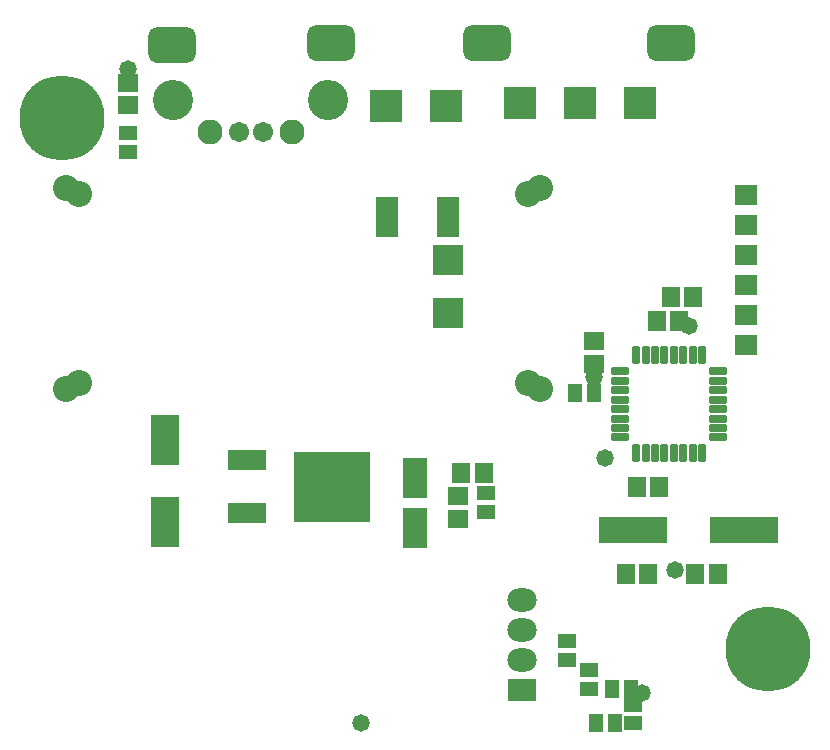
<source format=gts>
G04 Layer_Color=8388736*
%FSAX25Y25*%
%MOIN*%
G70*
G01*
G75*
%ADD55R,0.05918X0.04737*%
%ADD56R,0.04737X0.05918*%
%ADD57R,0.07887X0.13398*%
%ADD58R,0.06706X0.05918*%
%ADD59R,0.05918X0.06706*%
%ADD60R,0.25210X0.23635*%
%ADD61R,0.12611X0.07099*%
%ADD62R,0.06800X0.06800*%
%ADD63R,0.09855X0.09855*%
%ADD64R,0.07808X0.13398*%
%ADD65R,0.09461X0.16942*%
G04:AMPARAMS|DCode=66|XSize=28mil|YSize=61.15mil|CornerRadius=9mil|HoleSize=0mil|Usage=FLASHONLY|Rotation=90.000|XOffset=0mil|YOffset=0mil|HoleType=Round|Shape=RoundedRectangle|*
%AMROUNDEDRECTD66*
21,1,0.02800,0.04315,0,0,90.0*
21,1,0.01000,0.06115,0,0,90.0*
1,1,0.01800,0.02158,0.00500*
1,1,0.01800,0.02158,-0.00500*
1,1,0.01800,-0.02158,-0.00500*
1,1,0.01800,-0.02158,0.00500*
%
%ADD66ROUNDEDRECTD66*%
G04:AMPARAMS|DCode=67|XSize=28mil|YSize=61.15mil|CornerRadius=9mil|HoleSize=0mil|Usage=FLASHONLY|Rotation=180.000|XOffset=0mil|YOffset=0mil|HoleType=Round|Shape=RoundedRectangle|*
%AMROUNDEDRECTD67*
21,1,0.02800,0.04315,0,0,180.0*
21,1,0.01000,0.06115,0,0,180.0*
1,1,0.01800,-0.00500,0.02158*
1,1,0.01800,0.00500,0.02158*
1,1,0.01800,0.00500,-0.02158*
1,1,0.01800,-0.00500,-0.02158*
%
%ADD67ROUNDEDRECTD67*%
%ADD68R,0.22650X0.08871*%
G04:AMPARAMS|DCode=69|XSize=158mil|YSize=123mil|CornerRadius=32.75mil|HoleSize=0mil|Usage=FLASHONLY|Rotation=0.000|XOffset=0mil|YOffset=0mil|HoleType=Round|Shape=RoundedRectangle|*
%AMROUNDEDRECTD69*
21,1,0.15800,0.05750,0,0,0.0*
21,1,0.09250,0.12300,0,0,0.0*
1,1,0.06550,0.04625,-0.02875*
1,1,0.06550,-0.04625,-0.02875*
1,1,0.06550,-0.04625,0.02875*
1,1,0.06550,0.04625,0.02875*
%
%ADD69ROUNDEDRECTD69*%
%ADD70C,0.08674*%
%ADD71R,0.07800X0.06800*%
%ADD72C,0.06706*%
%ADD73C,0.13398*%
%ADD74C,0.08300*%
%ADD75R,0.10800X0.10800*%
%ADD76R,0.09800X0.07800*%
%ADD77O,0.09800X0.07800*%
%ADD78C,0.05800*%
%ADD79C,0.28359*%
D55*
X0308417Y0128827D02*
D03*
Y0122528D02*
D03*
X0259398Y0193122D02*
D03*
Y0199421D02*
D03*
X0140205Y0312906D02*
D03*
Y0319205D02*
D03*
X0286465Y0143713D02*
D03*
Y0150012D02*
D03*
X0293949Y0140342D02*
D03*
Y0134043D02*
D03*
D56*
X0296272Y0122689D02*
D03*
X0302571D02*
D03*
X0307862Y0133905D02*
D03*
X0301563D02*
D03*
X0295657Y0232823D02*
D03*
X0289358D02*
D03*
D57*
X0235761Y0187521D02*
D03*
Y0204321D02*
D03*
D58*
X0250161Y0198290D02*
D03*
Y0190809D02*
D03*
X0140209Y0328547D02*
D03*
Y0336028D02*
D03*
X0295618Y0249898D02*
D03*
X0295618Y0242417D02*
D03*
D59*
X0258756Y0205858D02*
D03*
X0251276D02*
D03*
X0321204Y0264577D02*
D03*
X0328684D02*
D03*
X0309890Y0201220D02*
D03*
X0317371D02*
D03*
X0316466Y0256728D02*
D03*
X0323947Y0256728D02*
D03*
X0329243Y0172491D02*
D03*
X0336724D02*
D03*
X0313702Y0172337D02*
D03*
X0306221Y0172337D02*
D03*
D60*
X0208261Y0201349D02*
D03*
D61*
X0179861Y0210328D02*
D03*
X0179961Y0192549D02*
D03*
D62*
X0208361Y0207249D02*
D03*
D63*
X0246987Y0277158D02*
D03*
Y0259442D02*
D03*
D64*
X0226400Y0291500D02*
D03*
X0246990D02*
D03*
D65*
X0152661Y0189784D02*
D03*
Y0216949D02*
D03*
D66*
X0336920Y0217869D02*
D03*
X0336920Y0221019D02*
D03*
Y0224168D02*
D03*
Y0227318D02*
D03*
Y0230467D02*
D03*
Y0233617D02*
D03*
X0336920Y0236767D02*
D03*
X0336920Y0239916D02*
D03*
X0304243D02*
D03*
Y0236767D02*
D03*
X0304243Y0233617D02*
D03*
Y0230467D02*
D03*
Y0227318D02*
D03*
Y0224168D02*
D03*
Y0221019D02*
D03*
X0304243Y0217869D02*
D03*
D67*
X0309558Y0212554D02*
D03*
X0312708D02*
D03*
X0315857D02*
D03*
X0319007D02*
D03*
X0322156Y0212554D02*
D03*
X0325306Y0212554D02*
D03*
X0328456Y0212554D02*
D03*
X0331605Y0212554D02*
D03*
Y0245231D02*
D03*
X0328456Y0245231D02*
D03*
X0325306D02*
D03*
X0322156D02*
D03*
X0319007D02*
D03*
X0315857D02*
D03*
X0312708D02*
D03*
X0309558D02*
D03*
D68*
X0308455Y0187099D02*
D03*
X0345455D02*
D03*
D69*
X0155020Y0348622D02*
D03*
X0207776Y0349410D02*
D03*
X0259744Y0349409D02*
D03*
X0321358D02*
D03*
D70*
X0123984Y0299102D02*
D03*
X0273484D02*
D03*
X0123984Y0236103D02*
D03*
X0273484D02*
D03*
X0277484Y0234103D02*
D03*
X0119484D02*
D03*
X0277484Y0301102D02*
D03*
X0119484D02*
D03*
D71*
X0346051Y0248700D02*
D03*
Y0258700D02*
D03*
Y0268700D02*
D03*
Y0278700D02*
D03*
Y0288700D02*
D03*
Y0298700D02*
D03*
D72*
X0177229Y0319569D02*
D03*
X0185103D02*
D03*
D73*
X0155300Y0330239D02*
D03*
X0207032D02*
D03*
D74*
X0167387Y0319569D02*
D03*
X0194946D02*
D03*
D75*
X0226318Y0328511D02*
D03*
X0246318D02*
D03*
X0270984Y0329298D02*
D03*
X0290984D02*
D03*
X0310984D02*
D03*
D76*
X0271421Y0133724D02*
D03*
D77*
Y0143724D02*
D03*
Y0153724D02*
D03*
Y0163724D02*
D03*
D78*
X0327165Y0254921D02*
D03*
X0299213Y0210925D02*
D03*
X0217815Y0122539D02*
D03*
X0311417Y0132776D02*
D03*
X0140157Y0340748D02*
D03*
X0295374Y0237992D02*
D03*
X0322516Y0173737D02*
D03*
X0215861Y0201349D02*
D03*
Y0208349D02*
D03*
X0201161D02*
D03*
X0207961D02*
D03*
X0201061Y0201349D02*
D03*
X0208461D02*
D03*
X0201161Y0194349D02*
D03*
X0208361D02*
D03*
X0215861D02*
D03*
D79*
X0118307Y0324410D02*
D03*
X0353386Y0147244D02*
D03*
M02*

</source>
